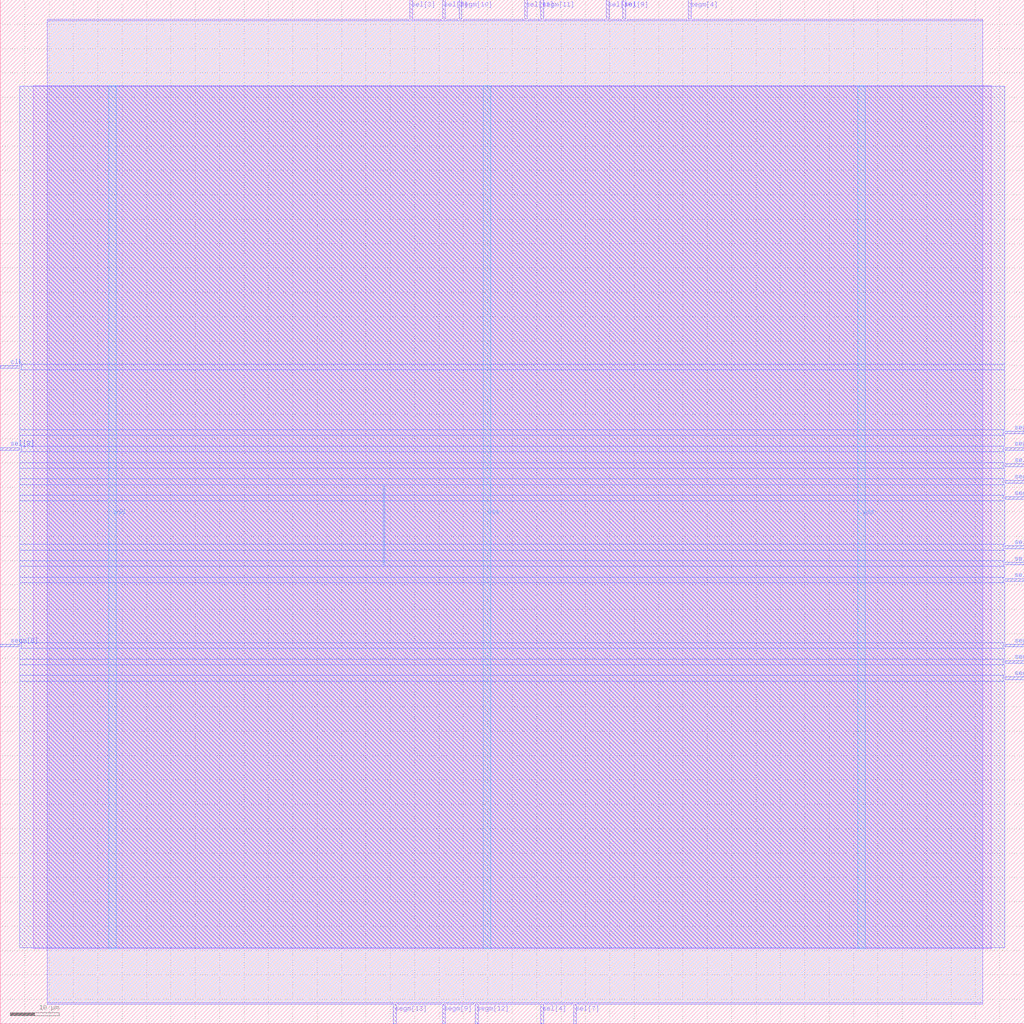
<source format=lef>
VERSION 5.7 ;
  NOWIREEXTENSIONATPIN ON ;
  DIVIDERCHAR "/" ;
  BUSBITCHARS "[]" ;
MACRO ita7
  CLASS BLOCK ;
  FOREIGN ita7 ;
  ORIGIN 0.000 0.000 ;
  SIZE 210.000 BY 210.000 ;
  PIN clk
    DIRECTION INPUT ;
    USE SIGNAL ;
    ANTENNAGATEAREA 4.738000 ;
    ANTENNADIFFAREA 0.410400 ;
    PORT
      LAYER Metal3 ;
        RECT 0.000 134.400 4.000 134.960 ;
    END
  END clk
  PIN segm[0]
    DIRECTION OUTPUT TRISTATE ;
    USE SIGNAL ;
    ANTENNADIFFAREA 4.731200 ;
    PORT
      LAYER Metal3 ;
        RECT 206.000 110.880 210.000 111.440 ;
    END
  END segm[0]
  PIN segm[10]
    DIRECTION OUTPUT TRISTATE ;
    USE SIGNAL ;
    ANTENNADIFFAREA 4.731200 ;
    PORT
      LAYER Metal2 ;
        RECT 94.080 206.000 94.640 210.000 ;
    END
  END segm[10]
  PIN segm[11]
    DIRECTION OUTPUT TRISTATE ;
    USE SIGNAL ;
    ANTENNADIFFAREA 4.731200 ;
    PORT
      LAYER Metal2 ;
        RECT 110.880 206.000 111.440 210.000 ;
    END
  END segm[11]
  PIN segm[12]
    DIRECTION OUTPUT TRISTATE ;
    USE SIGNAL ;
    ANTENNADIFFAREA 4.731200 ;
    PORT
      LAYER Metal2 ;
        RECT 97.440 0.000 98.000 4.000 ;
    END
  END segm[12]
  PIN segm[13]
    DIRECTION OUTPUT TRISTATE ;
    USE SIGNAL ;
    ANTENNADIFFAREA 4.731200 ;
    PORT
      LAYER Metal2 ;
        RECT 80.640 0.000 81.200 4.000 ;
    END
  END segm[13]
  PIN segm[1]
    DIRECTION OUTPUT TRISTATE ;
    USE SIGNAL ;
    ANTENNADIFFAREA 0.360800 ;
    PORT
      LAYER Metal3 ;
        RECT 206.000 70.560 210.000 71.120 ;
    END
  END segm[1]
  PIN segm[2]
    DIRECTION OUTPUT TRISTATE ;
    USE SIGNAL ;
    ANTENNADIFFAREA 4.731200 ;
    PORT
      LAYER Metal3 ;
        RECT 206.000 120.960 210.000 121.520 ;
    END
  END segm[2]
  PIN segm[3]
    DIRECTION OUTPUT TRISTATE ;
    USE SIGNAL ;
    ANTENNADIFFAREA 4.731200 ;
    PORT
      LAYER Metal3 ;
        RECT 206.000 107.520 210.000 108.080 ;
    END
  END segm[3]
  PIN segm[4]
    DIRECTION OUTPUT TRISTATE ;
    USE SIGNAL ;
    ANTENNADIFFAREA 0.360800 ;
    PORT
      LAYER Metal2 ;
        RECT 141.120 206.000 141.680 210.000 ;
    END
  END segm[4]
  PIN segm[5]
    DIRECTION OUTPUT TRISTATE ;
    USE SIGNAL ;
    ANTENNADIFFAREA 4.731200 ;
    PORT
      LAYER Metal3 ;
        RECT 206.000 117.600 210.000 118.160 ;
    END
  END segm[5]
  PIN segm[6]
    DIRECTION OUTPUT TRISTATE ;
    USE SIGNAL ;
    ANTENNADIFFAREA 4.731200 ;
    PORT
      LAYER Metal3 ;
        RECT 206.000 77.280 210.000 77.840 ;
    END
  END segm[6]
  PIN segm[7]
    DIRECTION OUTPUT TRISTATE ;
    USE SIGNAL ;
    ANTENNADIFFAREA 4.731200 ;
    PORT
      LAYER Metal3 ;
        RECT 206.000 73.920 210.000 74.480 ;
    END
  END segm[7]
  PIN segm[8]
    DIRECTION OUTPUT TRISTATE ;
    USE SIGNAL ;
    ANTENNADIFFAREA 4.731200 ;
    PORT
      LAYER Metal3 ;
        RECT 0.000 77.280 4.000 77.840 ;
    END
  END segm[8]
  PIN segm[9]
    DIRECTION OUTPUT TRISTATE ;
    USE SIGNAL ;
    ANTENNADIFFAREA 4.731200 ;
    PORT
      LAYER Metal2 ;
        RECT 90.720 0.000 91.280 4.000 ;
    END
  END segm[9]
  PIN sel[0]
    DIRECTION OUTPUT TRISTATE ;
    USE SIGNAL ;
    ANTENNADIFFAREA 4.731200 ;
    PORT
      LAYER Metal3 ;
        RECT 206.000 90.720 210.000 91.280 ;
    END
  END sel[0]
  PIN sel[10]
    DIRECTION OUTPUT TRISTATE ;
    USE SIGNAL ;
    ANTENNADIFFAREA 4.731200 ;
    PORT
      LAYER Metal2 ;
        RECT 124.320 206.000 124.880 210.000 ;
    END
  END sel[10]
  PIN sel[11]
    DIRECTION OUTPUT TRISTATE ;
    USE SIGNAL ;
    ANTENNADIFFAREA 4.731200 ;
    PORT
      LAYER Metal2 ;
        RECT 107.520 206.000 108.080 210.000 ;
    END
  END sel[11]
  PIN sel[1]
    DIRECTION OUTPUT TRISTATE ;
    USE SIGNAL ;
    ANTENNADIFFAREA 4.731200 ;
    PORT
      LAYER Metal3 ;
        RECT 206.000 97.440 210.000 98.000 ;
    END
  END sel[1]
  PIN sel[2]
    DIRECTION OUTPUT TRISTATE ;
    USE SIGNAL ;
    ANTENNADIFFAREA 4.731200 ;
    PORT
      LAYER Metal2 ;
        RECT 90.720 206.000 91.280 210.000 ;
    END
  END sel[2]
  PIN sel[3]
    DIRECTION OUTPUT TRISTATE ;
    USE SIGNAL ;
    ANTENNADIFFAREA 4.731200 ;
    PORT
      LAYER Metal2 ;
        RECT 84.000 206.000 84.560 210.000 ;
    END
  END sel[3]
  PIN sel[4]
    DIRECTION OUTPUT TRISTATE ;
    USE SIGNAL ;
    ANTENNADIFFAREA 4.731200 ;
    PORT
      LAYER Metal2 ;
        RECT 110.880 0.000 111.440 4.000 ;
    END
  END sel[4]
  PIN sel[5]
    DIRECTION OUTPUT TRISTATE ;
    USE SIGNAL ;
    ANTENNADIFFAREA 4.731200 ;
    PORT
      LAYER Metal3 ;
        RECT 206.000 114.240 210.000 114.800 ;
    END
  END sel[5]
  PIN sel[6]
    DIRECTION OUTPUT TRISTATE ;
    USE SIGNAL ;
    ANTENNADIFFAREA 4.731200 ;
    PORT
      LAYER Metal3 ;
        RECT 206.000 94.080 210.000 94.640 ;
    END
  END sel[6]
  PIN sel[7]
    DIRECTION OUTPUT TRISTATE ;
    USE SIGNAL ;
    ANTENNADIFFAREA 4.731200 ;
    PORT
      LAYER Metal2 ;
        RECT 117.600 0.000 118.160 4.000 ;
    END
  END sel[7]
  PIN sel[8]
    DIRECTION OUTPUT TRISTATE ;
    USE SIGNAL ;
    ANTENNADIFFAREA 4.731200 ;
    PORT
      LAYER Metal3 ;
        RECT 0.000 117.600 4.000 118.160 ;
    END
  END sel[8]
  PIN sel[9]
    DIRECTION OUTPUT TRISTATE ;
    USE SIGNAL ;
    ANTENNADIFFAREA 4.731200 ;
    PORT
      LAYER Metal2 ;
        RECT 127.680 206.000 128.240 210.000 ;
    END
  END sel[9]
  PIN vdd
    DIRECTION INOUT ;
    USE POWER ;
    PORT
      LAYER Metal4 ;
        RECT 22.240 15.380 23.840 192.380 ;
    END
    PORT
      LAYER Metal4 ;
        RECT 175.840 15.380 177.440 192.380 ;
    END
  END vdd
  PIN vss
    DIRECTION INOUT ;
    USE GROUND ;
    PORT
      LAYER Metal4 ;
        RECT 99.040 15.380 100.640 192.380 ;
    END
  END vss
  OBS
      LAYER Metal1 ;
        RECT 6.720 15.380 203.280 192.380 ;
      LAYER Metal2 ;
        RECT 9.660 205.700 83.700 206.000 ;
        RECT 84.860 205.700 90.420 206.000 ;
        RECT 91.580 205.700 93.780 206.000 ;
        RECT 94.940 205.700 107.220 206.000 ;
        RECT 108.380 205.700 110.580 206.000 ;
        RECT 111.740 205.700 124.020 206.000 ;
        RECT 125.180 205.700 127.380 206.000 ;
        RECT 128.540 205.700 140.820 206.000 ;
        RECT 141.980 205.700 201.460 206.000 ;
        RECT 9.660 4.300 201.460 205.700 ;
        RECT 9.660 4.000 80.340 4.300 ;
        RECT 81.500 4.000 90.420 4.300 ;
        RECT 91.580 4.000 97.140 4.300 ;
        RECT 98.300 4.000 110.580 4.300 ;
        RECT 111.740 4.000 117.300 4.300 ;
        RECT 118.460 4.000 201.460 4.300 ;
      LAYER Metal3 ;
        RECT 4.000 135.260 206.000 192.220 ;
        RECT 4.300 134.100 206.000 135.260 ;
        RECT 4.000 121.820 206.000 134.100 ;
        RECT 4.000 120.660 205.700 121.820 ;
        RECT 4.000 118.460 206.000 120.660 ;
        RECT 4.300 117.300 205.700 118.460 ;
        RECT 4.000 115.100 206.000 117.300 ;
        RECT 4.000 113.940 205.700 115.100 ;
        RECT 4.000 111.740 206.000 113.940 ;
        RECT 4.000 110.580 205.700 111.740 ;
        RECT 4.000 108.380 206.000 110.580 ;
        RECT 4.000 107.220 205.700 108.380 ;
        RECT 4.000 98.300 206.000 107.220 ;
        RECT 4.000 97.140 205.700 98.300 ;
        RECT 4.000 94.940 206.000 97.140 ;
        RECT 4.000 93.780 205.700 94.940 ;
        RECT 4.000 91.580 206.000 93.780 ;
        RECT 4.000 90.420 205.700 91.580 ;
        RECT 4.000 78.140 206.000 90.420 ;
        RECT 4.300 76.980 205.700 78.140 ;
        RECT 4.000 74.780 206.000 76.980 ;
        RECT 4.000 73.620 205.700 74.780 ;
        RECT 4.000 71.420 206.000 73.620 ;
        RECT 4.000 70.260 205.700 71.420 ;
        RECT 4.000 15.540 206.000 70.260 ;
      LAYER Metal4 ;
        RECT 78.540 94.170 78.820 110.230 ;
  END
END ita7
END LIBRARY


</source>
